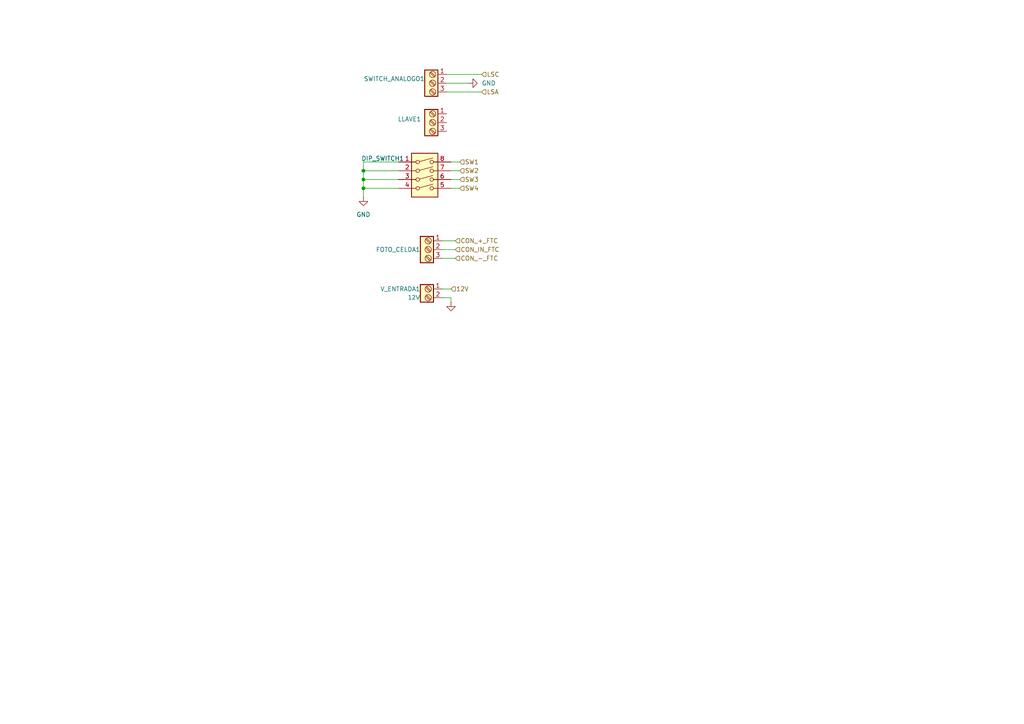
<source format=kicad_sch>
(kicad_sch
	(version 20250114)
	(generator "eeschema")
	(generator_version "9.0")
	(uuid "3b553b63-e840-4c0a-b35d-9ad7174dda3e")
	(paper "A4")
	(lib_symbols
		(symbol "PCM_SL_Screw_Terminal:Screw_Terminal_2_P5.00mm"
			(exclude_from_sim no)
			(in_bom yes)
			(on_board yes)
			(property "Reference" "J"
				(at 0 3.81 0)
				(effects
					(font
						(size 1.27 1.27)
					)
				)
			)
			(property "Value" "Screw_Terminal_2_P5.00mm"
				(at 0 -3.81 0)
				(effects
					(font
						(size 1.27 1.27)
					)
				)
			)
			(property "Footprint" "TerminalBlock_Phoenix:TerminalBlock_Phoenix_PT-1,5-2-5.0-H_1x02_P5.00mm_Horizontal"
				(at 1.27 -6.35 0)
				(effects
					(font
						(size 1.27 1.27)
					)
					(hide yes)
				)
			)
			(property "Datasheet" ""
				(at 0 0 0)
				(effects
					(font
						(size 1.27 1.27)
					)
					(hide yes)
				)
			)
			(property "Description" ""
				(at 0 0 0)
				(effects
					(font
						(size 1.27 1.27)
					)
					(hide yes)
				)
			)
			(property "ki_keywords" "Screw Terminal"
				(at 0 0 0)
				(effects
					(font
						(size 1.27 1.27)
					)
					(hide yes)
				)
			)
			(symbol "Screw_Terminal_2_P5.00mm_0_1"
				(rectangle
					(start -1.27 2.54)
					(end 2.54 -2.54)
					(stroke
						(width 0.3)
						(type default)
					)
					(fill
						(type background)
					)
				)
				(polyline
					(pts
						(xy -0.254 0.508) (xy 1.016 1.778)
					)
					(stroke
						(width 0)
						(type default)
					)
					(fill
						(type none)
					)
				)
				(polyline
					(pts
						(xy -0.254 -2.032) (xy 1.016 -0.762)
					)
					(stroke
						(width 0)
						(type default)
					)
					(fill
						(type none)
					)
				)
				(polyline
					(pts
						(xy 0 1.27) (xy -0.508 0.762) (xy 0.762 2.032)
					)
					(stroke
						(width 0)
						(type default)
					)
					(fill
						(type none)
					)
				)
				(polyline
					(pts
						(xy 0 -1.27) (xy -0.508 -1.778) (xy 0.762 -0.508)
					)
					(stroke
						(width 0)
						(type default)
					)
					(fill
						(type none)
					)
				)
				(circle
					(center 0.254 1.27)
					(radius 0.9158)
					(stroke
						(width 0)
						(type default)
					)
					(fill
						(type none)
					)
				)
				(circle
					(center 0.254 -1.27)
					(radius 0.9158)
					(stroke
						(width 0)
						(type default)
					)
					(fill
						(type none)
					)
				)
			)
			(symbol "Screw_Terminal_2_P5.00mm_1_1"
				(pin passive line
					(at -3.81 1.27 0)
					(length 2.54)
					(name ""
						(effects
							(font
								(size 1.27 1.27)
							)
						)
					)
					(number "1"
						(effects
							(font
								(size 1.27 1.27)
							)
						)
					)
				)
				(pin passive line
					(at -3.81 -1.27 0)
					(length 2.54)
					(name ""
						(effects
							(font
								(size 1.27 1.27)
							)
						)
					)
					(number "2"
						(effects
							(font
								(size 1.27 1.27)
							)
						)
					)
				)
			)
			(embedded_fonts no)
		)
		(symbol "PCM_SL_Screw_Terminal:Screw_Terminal_3_P5.00mm"
			(exclude_from_sim no)
			(in_bom yes)
			(on_board yes)
			(property "Reference" "J"
				(at 0 5.842 0)
				(effects
					(font
						(size 1.27 1.27)
					)
				)
			)
			(property "Value" "Screw_Terminal_3_P5.00mm"
				(at 1.27 -5.588 0)
				(effects
					(font
						(size 1.27 1.27)
					)
				)
			)
			(property "Footprint" "TerminalBlock_Phoenix:TerminalBlock_Phoenix_PT-1,5-3-5.0-H_1x03_P5.00mm_Horizontal"
				(at 1.27 -7.62 0)
				(effects
					(font
						(size 1.27 1.27)
					)
					(hide yes)
				)
			)
			(property "Datasheet" ""
				(at 0 1.27 0)
				(effects
					(font
						(size 1.27 1.27)
					)
					(hide yes)
				)
			)
			(property "Description" ""
				(at 0 0 0)
				(effects
					(font
						(size 1.27 1.27)
					)
					(hide yes)
				)
			)
			(symbol "Screw_Terminal_3_P5.00mm_0_1"
				(rectangle
					(start -1.27 3.81)
					(end 2.54 -3.81)
					(stroke
						(width 0.3)
						(type default)
					)
					(fill
						(type background)
					)
				)
				(polyline
					(pts
						(xy -0.254 1.778) (xy 1.016 3.048)
					)
					(stroke
						(width 0)
						(type default)
					)
					(fill
						(type none)
					)
				)
				(polyline
					(pts
						(xy -0.254 -0.762) (xy 1.016 0.508)
					)
					(stroke
						(width 0)
						(type default)
					)
					(fill
						(type none)
					)
				)
				(polyline
					(pts
						(xy -0.254 -3.302) (xy 1.016 -2.032)
					)
					(stroke
						(width 0)
						(type default)
					)
					(fill
						(type none)
					)
				)
				(polyline
					(pts
						(xy 0 2.54) (xy -0.508 2.032) (xy 0.762 3.302)
					)
					(stroke
						(width 0)
						(type default)
					)
					(fill
						(type none)
					)
				)
				(polyline
					(pts
						(xy 0 0) (xy -0.508 -0.508) (xy 0.762 0.762)
					)
					(stroke
						(width 0)
						(type default)
					)
					(fill
						(type none)
					)
				)
				(polyline
					(pts
						(xy 0 -2.54) (xy -0.508 -3.048) (xy 0.762 -1.778)
					)
					(stroke
						(width 0)
						(type default)
					)
					(fill
						(type none)
					)
				)
				(circle
					(center 0.254 2.54)
					(radius 0.9158)
					(stroke
						(width 0)
						(type default)
					)
					(fill
						(type none)
					)
				)
				(circle
					(center 0.254 0)
					(radius 0.9158)
					(stroke
						(width 0)
						(type default)
					)
					(fill
						(type none)
					)
				)
				(circle
					(center 0.254 -2.54)
					(radius 0.9158)
					(stroke
						(width 0)
						(type default)
					)
					(fill
						(type none)
					)
				)
			)
			(symbol "Screw_Terminal_3_P5.00mm_1_1"
				(pin passive line
					(at -3.81 2.54 0)
					(length 2.54)
					(name ""
						(effects
							(font
								(size 1.27 1.27)
							)
						)
					)
					(number "1"
						(effects
							(font
								(size 1.27 1.27)
							)
						)
					)
				)
				(pin passive line
					(at -3.81 0 0)
					(length 2.54)
					(name ""
						(effects
							(font
								(size 1.27 1.27)
							)
						)
					)
					(number "2"
						(effects
							(font
								(size 1.27 1.27)
							)
						)
					)
				)
				(pin passive line
					(at -3.81 -2.54 0)
					(length 2.54)
					(name ""
						(effects
							(font
								(size 1.27 1.27)
							)
						)
					)
					(number "3"
						(effects
							(font
								(size 1.27 1.27)
							)
						)
					)
				)
			)
			(embedded_fonts no)
		)
		(symbol "Switch:SW_DIP_x04"
			(pin_names
				(offset 0)
				(hide yes)
			)
			(exclude_from_sim no)
			(in_bom yes)
			(on_board yes)
			(property "Reference" "SW"
				(at 0 8.89 0)
				(effects
					(font
						(size 1.27 1.27)
					)
				)
			)
			(property "Value" "SW_DIP_x04"
				(at 0 -6.35 0)
				(effects
					(font
						(size 1.27 1.27)
					)
				)
			)
			(property "Footprint" ""
				(at 0 0 0)
				(effects
					(font
						(size 1.27 1.27)
					)
					(hide yes)
				)
			)
			(property "Datasheet" "~"
				(at 0 0 0)
				(effects
					(font
						(size 1.27 1.27)
					)
					(hide yes)
				)
			)
			(property "Description" "4x DIP Switch, Single Pole Single Throw (SPST) switch, small symbol"
				(at 0 0 0)
				(effects
					(font
						(size 1.27 1.27)
					)
					(hide yes)
				)
			)
			(property "ki_keywords" "dip switch"
				(at 0 0 0)
				(effects
					(font
						(size 1.27 1.27)
					)
					(hide yes)
				)
			)
			(property "ki_fp_filters" "SW?DIP?x4*"
				(at 0 0 0)
				(effects
					(font
						(size 1.27 1.27)
					)
					(hide yes)
				)
			)
			(symbol "SW_DIP_x04_0_0"
				(circle
					(center -2.032 5.08)
					(radius 0.508)
					(stroke
						(width 0)
						(type default)
					)
					(fill
						(type none)
					)
				)
				(circle
					(center -2.032 2.54)
					(radius 0.508)
					(stroke
						(width 0)
						(type default)
					)
					(fill
						(type none)
					)
				)
				(circle
					(center -2.032 0)
					(radius 0.508)
					(stroke
						(width 0)
						(type default)
					)
					(fill
						(type none)
					)
				)
				(circle
					(center -2.032 -2.54)
					(radius 0.508)
					(stroke
						(width 0)
						(type default)
					)
					(fill
						(type none)
					)
				)
				(polyline
					(pts
						(xy -1.524 5.207) (xy 2.3622 6.2484)
					)
					(stroke
						(width 0)
						(type default)
					)
					(fill
						(type none)
					)
				)
				(polyline
					(pts
						(xy -1.524 2.667) (xy 2.3622 3.7084)
					)
					(stroke
						(width 0)
						(type default)
					)
					(fill
						(type none)
					)
				)
				(polyline
					(pts
						(xy -1.524 0.127) (xy 2.3622 1.1684)
					)
					(stroke
						(width 0)
						(type default)
					)
					(fill
						(type none)
					)
				)
				(polyline
					(pts
						(xy -1.524 -2.3876) (xy 2.3622 -1.3462)
					)
					(stroke
						(width 0)
						(type default)
					)
					(fill
						(type none)
					)
				)
				(circle
					(center 2.032 5.08)
					(radius 0.508)
					(stroke
						(width 0)
						(type default)
					)
					(fill
						(type none)
					)
				)
				(circle
					(center 2.032 2.54)
					(radius 0.508)
					(stroke
						(width 0)
						(type default)
					)
					(fill
						(type none)
					)
				)
				(circle
					(center 2.032 0)
					(radius 0.508)
					(stroke
						(width 0)
						(type default)
					)
					(fill
						(type none)
					)
				)
				(circle
					(center 2.032 -2.54)
					(radius 0.508)
					(stroke
						(width 0)
						(type default)
					)
					(fill
						(type none)
					)
				)
			)
			(symbol "SW_DIP_x04_0_1"
				(rectangle
					(start -3.81 7.62)
					(end 3.81 -5.08)
					(stroke
						(width 0.254)
						(type default)
					)
					(fill
						(type background)
					)
				)
			)
			(symbol "SW_DIP_x04_1_1"
				(pin passive line
					(at -7.62 5.08 0)
					(length 5.08)
					(name "~"
						(effects
							(font
								(size 1.27 1.27)
							)
						)
					)
					(number "1"
						(effects
							(font
								(size 1.27 1.27)
							)
						)
					)
				)
				(pin passive line
					(at -7.62 2.54 0)
					(length 5.08)
					(name "~"
						(effects
							(font
								(size 1.27 1.27)
							)
						)
					)
					(number "2"
						(effects
							(font
								(size 1.27 1.27)
							)
						)
					)
				)
				(pin passive line
					(at -7.62 0 0)
					(length 5.08)
					(name "~"
						(effects
							(font
								(size 1.27 1.27)
							)
						)
					)
					(number "3"
						(effects
							(font
								(size 1.27 1.27)
							)
						)
					)
				)
				(pin passive line
					(at -7.62 -2.54 0)
					(length 5.08)
					(name "~"
						(effects
							(font
								(size 1.27 1.27)
							)
						)
					)
					(number "4"
						(effects
							(font
								(size 1.27 1.27)
							)
						)
					)
				)
				(pin passive line
					(at 7.62 5.08 180)
					(length 5.08)
					(name "~"
						(effects
							(font
								(size 1.27 1.27)
							)
						)
					)
					(number "8"
						(effects
							(font
								(size 1.27 1.27)
							)
						)
					)
				)
				(pin passive line
					(at 7.62 2.54 180)
					(length 5.08)
					(name "~"
						(effects
							(font
								(size 1.27 1.27)
							)
						)
					)
					(number "7"
						(effects
							(font
								(size 1.27 1.27)
							)
						)
					)
				)
				(pin passive line
					(at 7.62 0 180)
					(length 5.08)
					(name "~"
						(effects
							(font
								(size 1.27 1.27)
							)
						)
					)
					(number "6"
						(effects
							(font
								(size 1.27 1.27)
							)
						)
					)
				)
				(pin passive line
					(at 7.62 -2.54 180)
					(length 5.08)
					(name "~"
						(effects
							(font
								(size 1.27 1.27)
							)
						)
					)
					(number "5"
						(effects
							(font
								(size 1.27 1.27)
							)
						)
					)
				)
			)
			(embedded_fonts no)
		)
		(symbol "power:GND"
			(power)
			(pin_numbers
				(hide yes)
			)
			(pin_names
				(offset 0)
				(hide yes)
			)
			(exclude_from_sim no)
			(in_bom yes)
			(on_board yes)
			(property "Reference" "#PWR"
				(at 0 -6.35 0)
				(effects
					(font
						(size 1.27 1.27)
					)
					(hide yes)
				)
			)
			(property "Value" "GND"
				(at 0 -3.81 0)
				(effects
					(font
						(size 1.27 1.27)
					)
				)
			)
			(property "Footprint" ""
				(at 0 0 0)
				(effects
					(font
						(size 1.27 1.27)
					)
					(hide yes)
				)
			)
			(property "Datasheet" ""
				(at 0 0 0)
				(effects
					(font
						(size 1.27 1.27)
					)
					(hide yes)
				)
			)
			(property "Description" "Power symbol creates a global label with name \"GND\" , ground"
				(at 0 0 0)
				(effects
					(font
						(size 1.27 1.27)
					)
					(hide yes)
				)
			)
			(property "ki_keywords" "global power"
				(at 0 0 0)
				(effects
					(font
						(size 1.27 1.27)
					)
					(hide yes)
				)
			)
			(symbol "GND_0_1"
				(polyline
					(pts
						(xy 0 0) (xy 0 -1.27) (xy 1.27 -1.27) (xy 0 -2.54) (xy -1.27 -1.27) (xy 0 -1.27)
					)
					(stroke
						(width 0)
						(type default)
					)
					(fill
						(type none)
					)
				)
			)
			(symbol "GND_1_1"
				(pin power_in line
					(at 0 0 270)
					(length 0)
					(name "~"
						(effects
							(font
								(size 1.27 1.27)
							)
						)
					)
					(number "1"
						(effects
							(font
								(size 1.27 1.27)
							)
						)
					)
				)
			)
			(embedded_fonts no)
		)
	)
	(junction
		(at 105.41 52.07)
		(diameter 0)
		(color 0 0 0 0)
		(uuid "0b03f15b-eb78-497d-9a8e-f5807bf4f174")
	)
	(junction
		(at 105.41 54.61)
		(diameter 0)
		(color 0 0 0 0)
		(uuid "cca09609-137d-4234-aba6-aa603d2239e1")
	)
	(junction
		(at 105.41 49.53)
		(diameter 0)
		(color 0 0 0 0)
		(uuid "f69fb179-983d-414c-827e-027012ffb15a")
	)
	(wire
		(pts
			(xy 130.81 49.53) (xy 133.35 49.53)
		)
		(stroke
			(width 0)
			(type default)
		)
		(uuid "06c5b394-6a0c-479b-8670-def714deb5c3")
	)
	(wire
		(pts
			(xy 105.41 52.07) (xy 115.57 52.07)
		)
		(stroke
			(width 0)
			(type default)
		)
		(uuid "1319fb00-b0ca-4b7f-ad9a-ce29065103b2")
	)
	(wire
		(pts
			(xy 105.41 49.53) (xy 105.41 46.99)
		)
		(stroke
			(width 0)
			(type default)
		)
		(uuid "13da8788-7878-4b33-9708-050d69f9f35a")
	)
	(wire
		(pts
			(xy 128.27 72.39) (xy 132.08 72.39)
		)
		(stroke
			(width 0)
			(type default)
		)
		(uuid "2480f67d-9275-4766-a872-4eae55e10712")
	)
	(wire
		(pts
			(xy 105.41 52.07) (xy 105.41 49.53)
		)
		(stroke
			(width 0)
			(type default)
		)
		(uuid "29ca8237-f8a9-4b9d-9b84-3e9999fce7a9")
	)
	(wire
		(pts
			(xy 130.81 54.61) (xy 133.35 54.61)
		)
		(stroke
			(width 0)
			(type default)
		)
		(uuid "2bcb8a26-0831-482f-a648-8a78b5cc1ba9")
	)
	(wire
		(pts
			(xy 105.41 54.61) (xy 105.41 52.07)
		)
		(stroke
			(width 0)
			(type default)
		)
		(uuid "30db362f-c6c0-4d8b-bf10-02e3b7fecfd4")
	)
	(wire
		(pts
			(xy 105.41 54.61) (xy 115.57 54.61)
		)
		(stroke
			(width 0)
			(type default)
		)
		(uuid "30ec504e-8ef1-4c99-893c-aaeda05020d7")
	)
	(wire
		(pts
			(xy 105.41 49.53) (xy 115.57 49.53)
		)
		(stroke
			(width 0)
			(type default)
		)
		(uuid "46ff3a73-9c2d-44f2-8ad2-0fbe4f8e5f82")
	)
	(wire
		(pts
			(xy 105.41 57.15) (xy 105.41 54.61)
		)
		(stroke
			(width 0)
			(type default)
		)
		(uuid "5fc08af3-140c-4367-8d76-9cf32f6eb026")
	)
	(wire
		(pts
			(xy 128.27 74.93) (xy 132.08 74.93)
		)
		(stroke
			(width 0)
			(type default)
		)
		(uuid "70b7ae28-6f4d-4b49-975c-3c4f81974382")
	)
	(wire
		(pts
			(xy 130.81 46.99) (xy 133.35 46.99)
		)
		(stroke
			(width 0)
			(type default)
		)
		(uuid "757bbaec-43c9-4ddd-a082-aa66e1686944")
	)
	(wire
		(pts
			(xy 130.81 52.07) (xy 133.35 52.07)
		)
		(stroke
			(width 0)
			(type default)
		)
		(uuid "93428c98-c5d1-42cd-8be2-6c9db0f38778")
	)
	(wire
		(pts
			(xy 135.89 24.13) (xy 129.54 24.13)
		)
		(stroke
			(width 0)
			(type default)
		)
		(uuid "a8c571de-3c58-4387-a491-9e050f119d55")
	)
	(wire
		(pts
			(xy 128.27 83.82) (xy 130.81 83.82)
		)
		(stroke
			(width 0)
			(type default)
		)
		(uuid "bd429558-2cd7-4493-b353-b9598b7e26c2")
	)
	(wire
		(pts
			(xy 130.81 86.36) (xy 128.27 86.36)
		)
		(stroke
			(width 0)
			(type default)
		)
		(uuid "c1242713-612b-48a2-95de-e733afab9ad4")
	)
	(wire
		(pts
			(xy 129.54 26.67) (xy 139.7 26.67)
		)
		(stroke
			(width 0)
			(type default)
		)
		(uuid "c1d49a27-e06e-4372-9276-f05362751597")
	)
	(wire
		(pts
			(xy 128.27 69.85) (xy 132.08 69.85)
		)
		(stroke
			(width 0)
			(type default)
		)
		(uuid "d60eabd8-6ff0-4a3d-9ec8-585de3d92782")
	)
	(wire
		(pts
			(xy 105.41 46.99) (xy 115.57 46.99)
		)
		(stroke
			(width 0)
			(type default)
		)
		(uuid "e7c66dbe-b098-4b30-b2ff-3d0b9b6ed20f")
	)
	(wire
		(pts
			(xy 129.54 21.59) (xy 139.7 21.59)
		)
		(stroke
			(width 0)
			(type default)
		)
		(uuid "ead9e848-2668-4e65-8d47-578e2b648d47")
	)
	(wire
		(pts
			(xy 130.81 87.63) (xy 130.81 86.36)
		)
		(stroke
			(width 0)
			(type default)
		)
		(uuid "f16a56b9-e040-48b8-8ab3-b0f24965aac4")
	)
	(hierarchical_label "12V"
		(shape input)
		(at 130.81 83.82 0)
		(effects
			(font
				(size 1.27 1.27)
			)
			(justify left)
		)
		(uuid "04195cb9-933b-45bf-bb11-137e5c5d9841")
	)
	(hierarchical_label "SW2"
		(shape input)
		(at 133.35 49.53 0)
		(effects
			(font
				(size 1.27 1.27)
			)
			(justify left)
		)
		(uuid "1c59a865-75ab-4dd2-8d6b-aacb39f4a04e")
	)
	(hierarchical_label "LSC"
		(shape input)
		(at 139.7 21.59 0)
		(effects
			(font
				(size 1.27 1.27)
			)
			(justify left)
		)
		(uuid "32ce0e17-423b-4e13-a55d-2b15a2d263a1")
	)
	(hierarchical_label "SW4"
		(shape input)
		(at 133.35 54.61 0)
		(effects
			(font
				(size 1.27 1.27)
			)
			(justify left)
		)
		(uuid "4b947dc0-0211-41e4-9be0-c70b7d237796")
	)
	(hierarchical_label "CON_IN_FTC"
		(shape input)
		(at 132.08 72.39 0)
		(effects
			(font
				(size 1.27 1.27)
			)
			(justify left)
		)
		(uuid "5465605c-d837-41f6-9805-1b3cc6e122ff")
	)
	(hierarchical_label "LSA"
		(shape input)
		(at 139.7 26.67 0)
		(effects
			(font
				(size 1.27 1.27)
			)
			(justify left)
		)
		(uuid "a482a06b-3bc8-4a17-a249-6e6e26424e92")
	)
	(hierarchical_label "CON_-_FTC"
		(shape input)
		(at 132.08 74.93 0)
		(effects
			(font
				(size 1.27 1.27)
			)
			(justify left)
		)
		(uuid "bf00e945-0f9f-46cd-843d-5e5cad571367")
	)
	(hierarchical_label "SW1"
		(shape input)
		(at 133.35 46.99 0)
		(effects
			(font
				(size 1.27 1.27)
			)
			(justify left)
		)
		(uuid "ccf464f9-b5bd-4156-9c03-3815e18ed617")
	)
	(hierarchical_label "CON_+_FTC"
		(shape input)
		(at 132.08 69.85 0)
		(effects
			(font
				(size 1.27 1.27)
			)
			(justify left)
		)
		(uuid "e754095e-095a-4cf3-b88a-db8a619a9187")
	)
	(hierarchical_label "SW3"
		(shape input)
		(at 133.35 52.07 0)
		(effects
			(font
				(size 1.27 1.27)
			)
			(justify left)
		)
		(uuid "f0325cbf-0ca3-4d7d-8b3e-fe8fc2930885")
	)
	(symbol
		(lib_id "PCM_SL_Screw_Terminal:Screw_Terminal_3_P5.00mm")
		(at 125.73 24.13 0)
		(mirror y)
		(unit 1)
		(exclude_from_sim no)
		(in_bom yes)
		(on_board yes)
		(dnp no)
		(uuid "2892c008-ac7f-4c26-9f99-561367230cf1")
		(property "Reference" "SWITCH_ANALOGO1"
			(at 123.19 22.8599 0)
			(effects
				(font
					(size 1.27 1.27)
				)
				(justify left)
			)
		)
		(property "Value" "Screw_Terminal_01x03"
			(at 123.19 25.3999 0)
			(effects
				(font
					(size 1.27 1.27)
				)
				(justify left)
				(hide yes)
			)
		)
		(property "Footprint" "TerminalBlock_Phoenix:TerminalBlock_Phoenix_PT-1,5-3-5.0-H_1x03_P5.00mm_Horizontal"
			(at 124.46 31.75 0)
			(effects
				(font
					(size 1.27 1.27)
				)
				(hide yes)
			)
		)
		(property "Datasheet" "~"
			(at 125.73 22.86 0)
			(effects
				(font
					(size 1.27 1.27)
				)
				(hide yes)
			)
		)
		(property "Description" "Generic screw terminal, single row, 01x03, script generated (kicad-library-utils/schlib/autogen/connector/)"
			(at 125.73 24.13 0)
			(effects
				(font
					(size 1.27 1.27)
				)
				(hide yes)
			)
		)
		(pin "1"
			(uuid "f1ff144b-88a7-4456-8642-595d9b944ad1")
		)
		(pin "2"
			(uuid "7a5aa3ad-f167-4872-9f03-d335ebb33f19")
		)
		(pin "3"
			(uuid "846623a6-14eb-44d8-a779-47080d69d247")
		)
		(instances
			(project "PLACA"
				(path "/0074ed61-f346-42bd-a29d-d171d80548f4/6fce9404-e751-4708-8a73-d8c99f607843"
					(reference "SWITCH_ANALOGO1")
					(unit 1)
				)
			)
		)
	)
	(symbol
		(lib_id "PCM_SL_Screw_Terminal:Screw_Terminal_2_P5.00mm")
		(at 124.46 85.09 0)
		(mirror y)
		(unit 1)
		(exclude_from_sim no)
		(in_bom yes)
		(on_board yes)
		(dnp no)
		(uuid "29e753ea-7767-4387-bef6-997ead16c025")
		(property "Reference" "V_ENTRADA1"
			(at 121.92 83.8199 0)
			(effects
				(font
					(size 1.27 1.27)
				)
				(justify left)
			)
		)
		(property "Value" "12V"
			(at 121.92 86.3599 0)
			(effects
				(font
					(face "Verdana")
					(size 1.27 1.27)
				)
				(justify left)
			)
		)
		(property "Footprint" "TerminalBlock_Phoenix:TerminalBlock_Phoenix_PT-1,5-2-5.0-H_1x02_P5.00mm_Horizontal"
			(at 123.19 91.44 0)
			(effects
				(font
					(size 1.27 1.27)
				)
				(hide yes)
			)
		)
		(property "Datasheet" "~"
			(at 124.46 85.09 0)
			(effects
				(font
					(size 1.27 1.27)
				)
				(hide yes)
			)
		)
		(property "Description" "Generic screw terminal, single row, 01x03, script generated (kicad-library-utils/schlib/autogen/connector/)"
			(at 124.46 85.09 0)
			(effects
				(font
					(size 1.27 1.27)
				)
				(hide yes)
			)
		)
		(pin "1"
			(uuid "38409011-7f91-4d91-aeeb-e71b398fd7bb")
		)
		(pin "2"
			(uuid "3a0d0d5d-af19-4bfa-bdf3-a6bb5f6968fa")
		)
		(instances
			(project "PLACA"
				(path "/0074ed61-f346-42bd-a29d-d171d80548f4/6fce9404-e751-4708-8a73-d8c99f607843"
					(reference "V_ENTRADA1")
					(unit 1)
				)
			)
		)
	)
	(symbol
		(lib_id "power:GND")
		(at 135.89 24.13 90)
		(unit 1)
		(exclude_from_sim no)
		(in_bom yes)
		(on_board yes)
		(dnp no)
		(fields_autoplaced yes)
		(uuid "484399bd-ceda-4223-8925-47eb69df0eee")
		(property "Reference" "#PWR03"
			(at 142.24 24.13 0)
			(effects
				(font
					(size 1.27 1.27)
				)
				(hide yes)
			)
		)
		(property "Value" "GND"
			(at 139.7 24.1299 90)
			(effects
				(font
					(size 1.27 1.27)
				)
				(justify right)
			)
		)
		(property "Footprint" ""
			(at 135.89 24.13 0)
			(effects
				(font
					(size 1.27 1.27)
				)
				(hide yes)
			)
		)
		(property "Datasheet" ""
			(at 135.89 24.13 0)
			(effects
				(font
					(size 1.27 1.27)
				)
				(hide yes)
			)
		)
		(property "Description" "Power symbol creates a global label with name \"GND\" , ground"
			(at 135.89 24.13 0)
			(effects
				(font
					(size 1.27 1.27)
				)
				(hide yes)
			)
		)
		(pin "1"
			(uuid "787550d9-c404-4cc3-9e77-8fd2b1165c35")
		)
		(instances
			(project "PLACA"
				(path "/0074ed61-f346-42bd-a29d-d171d80548f4/6fce9404-e751-4708-8a73-d8c99f607843"
					(reference "#PWR03")
					(unit 1)
				)
			)
		)
	)
	(symbol
		(lib_id "PCM_SL_Screw_Terminal:Screw_Terminal_3_P5.00mm")
		(at 125.73 35.56 0)
		(mirror y)
		(unit 1)
		(exclude_from_sim no)
		(in_bom yes)
		(on_board yes)
		(dnp no)
		(uuid "6bae2570-beeb-4951-b74e-5ba94d936fa5")
		(property "Reference" "LLAVE1"
			(at 122.174 34.544 0)
			(effects
				(font
					(size 1.27 1.27)
				)
				(justify left)
			)
		)
		(property "Value" "Screw_Terminal_01x03"
			(at 123.19 36.8299 0)
			(effects
				(font
					(size 1.27 1.27)
				)
				(justify left)
				(hide yes)
			)
		)
		(property "Footprint" "TerminalBlock_Phoenix:TerminalBlock_Phoenix_PT-1,5-3-5.0-H_1x03_P5.00mm_Horizontal"
			(at 124.46 43.18 0)
			(effects
				(font
					(size 1.27 1.27)
				)
				(hide yes)
			)
		)
		(property "Datasheet" "~"
			(at 125.73 34.29 0)
			(effects
				(font
					(size 1.27 1.27)
				)
				(hide yes)
			)
		)
		(property "Description" "Generic screw terminal, single row, 01x03, script generated (kicad-library-utils/schlib/autogen/connector/)"
			(at 125.73 35.56 0)
			(effects
				(font
					(size 1.27 1.27)
				)
				(hide yes)
			)
		)
		(pin "1"
			(uuid "feda2921-c724-4409-b176-63766da262f0")
		)
		(pin "2"
			(uuid "29062263-1aa6-4b1e-808a-44197354e796")
		)
		(pin "3"
			(uuid "c1fa523d-01df-4159-9629-8c66d71e5fe9")
		)
		(instances
			(project "PLACA"
				(path "/0074ed61-f346-42bd-a29d-d171d80548f4/6fce9404-e751-4708-8a73-d8c99f607843"
					(reference "LLAVE1")
					(unit 1)
				)
			)
		)
	)
	(symbol
		(lib_id "power:GND")
		(at 105.41 57.15 0)
		(unit 1)
		(exclude_from_sim no)
		(in_bom yes)
		(on_board yes)
		(dnp no)
		(fields_autoplaced yes)
		(uuid "be75c788-162b-4f13-9029-369538f0fb92")
		(property "Reference" "#PWR09"
			(at 105.41 63.5 0)
			(effects
				(font
					(size 1.27 1.27)
				)
				(hide yes)
			)
		)
		(property "Value" "GND"
			(at 105.41 62.23 0)
			(effects
				(font
					(size 1.27 1.27)
				)
			)
		)
		(property "Footprint" ""
			(at 105.41 57.15 0)
			(effects
				(font
					(size 1.27 1.27)
				)
				(hide yes)
			)
		)
		(property "Datasheet" ""
			(at 105.41 57.15 0)
			(effects
				(font
					(size 1.27 1.27)
				)
				(hide yes)
			)
		)
		(property "Description" "Power symbol creates a global label with name \"GND\" , ground"
			(at 105.41 57.15 0)
			(effects
				(font
					(size 1.27 1.27)
				)
				(hide yes)
			)
		)
		(pin "1"
			(uuid "3d17d8a8-47e2-4880-866b-f2bd74e0f90a")
		)
		(instances
			(project "PLACA"
				(path "/0074ed61-f346-42bd-a29d-d171d80548f4/6fce9404-e751-4708-8a73-d8c99f607843"
					(reference "#PWR09")
					(unit 1)
				)
			)
		)
	)
	(symbol
		(lib_id "Switch:SW_DIP_x04")
		(at 123.19 52.07 0)
		(unit 1)
		(exclude_from_sim no)
		(in_bom yes)
		(on_board yes)
		(dnp no)
		(uuid "eadb6000-e5cd-4c87-9a19-dcb5159d2acb")
		(property "Reference" "DIP_SWITCH1"
			(at 110.998 45.974 0)
			(effects
				(font
					(size 1.27 1.27)
				)
			)
		)
		(property "Value" "SW_DIP_x04"
			(at 113.03 44.704 0)
			(effects
				(font
					(size 1.27 1.27)
				)
				(hide yes)
			)
		)
		(property "Footprint" "Button_Switch_SMD:SW_DIP_SPSTx04_Slide_KingTek_DSHP04TS_W7.62mm_P1.27mm"
			(at 123.19 52.07 0)
			(effects
				(font
					(size 1.27 1.27)
				)
				(hide yes)
			)
		)
		(property "Datasheet" "~"
			(at 123.19 52.07 0)
			(effects
				(font
					(size 1.27 1.27)
				)
				(hide yes)
			)
		)
		(property "Description" "4x DIP Switch, Single Pole Single Throw (SPST) switch, small symbol"
			(at 123.19 52.07 0)
			(effects
				(font
					(size 1.27 1.27)
				)
				(hide yes)
			)
		)
		(pin "4"
			(uuid "adf446af-30da-45a2-9782-880bc62f3554")
		)
		(pin "1"
			(uuid "6ebeb850-3fa3-4082-9d53-eb3113949f01")
		)
		(pin "3"
			(uuid "3cf0ed14-2b36-470c-b4d2-5a3c3e7ef380")
		)
		(pin "8"
			(uuid "d316b71d-ad3a-446c-a299-d0091ff94954")
		)
		(pin "2"
			(uuid "fe2e511a-a767-4265-aee6-1407d87e43c5")
		)
		(pin "7"
			(uuid "f394c435-b762-4b2f-98ca-4536037b9ad7")
		)
		(pin "6"
			(uuid "55b23b73-d65b-47fb-9986-875c18d84880")
		)
		(pin "5"
			(uuid "14e2b3f0-5f13-4416-be37-f172f90b42d4")
		)
		(instances
			(project "PLACA"
				(path "/0074ed61-f346-42bd-a29d-d171d80548f4/6fce9404-e751-4708-8a73-d8c99f607843"
					(reference "DIP_SWITCH1")
					(unit 1)
				)
			)
		)
	)
	(symbol
		(lib_id "PCM_SL_Screw_Terminal:Screw_Terminal_3_P5.00mm")
		(at 124.46 72.39 0)
		(mirror y)
		(unit 1)
		(exclude_from_sim no)
		(in_bom yes)
		(on_board yes)
		(dnp no)
		(uuid "fdd2134f-bb29-4912-be44-9229b1aa5c32")
		(property "Reference" "FOTO_CELDA1"
			(at 121.92 72.39 0)
			(effects
				(font
					(size 1.27 1.27)
				)
				(justify left)
			)
		)
		(property "Value" "Screw_Terminal_01x03"
			(at 121.92 73.6599 0)
			(effects
				(font
					(size 1.27 1.27)
				)
				(justify left)
				(hide yes)
			)
		)
		(property "Footprint" "TerminalBlock_Phoenix:TerminalBlock_Phoenix_PT-1,5-3-5.0-H_1x03_P5.00mm_Horizontal"
			(at 123.19 80.01 0)
			(effects
				(font
					(size 1.27 1.27)
				)
				(hide yes)
			)
		)
		(property "Datasheet" "~"
			(at 124.46 71.12 0)
			(effects
				(font
					(size 1.27 1.27)
				)
				(hide yes)
			)
		)
		(property "Description" "Generic screw terminal, single row, 01x02, script generated (kicad-library-utils/schlib/autogen/connector/)"
			(at 124.46 72.39 0)
			(effects
				(font
					(size 1.27 1.27)
				)
				(hide yes)
			)
		)
		(pin "1"
			(uuid "38409011-7f91-4d91-aeeb-e71b398fd7bc")
		)
		(pin "2"
			(uuid "3a0d0d5d-af19-4bfa-bdf3-a6bb5f6968fb")
		)
		(pin "3"
			(uuid "c678181c-d762-4f13-9a11-5334263cf152")
		)
		(instances
			(project "PLACA"
				(path "/0074ed61-f346-42bd-a29d-d171d80548f4/6fce9404-e751-4708-8a73-d8c99f607843"
					(reference "FOTO_CELDA1")
					(unit 1)
				)
			)
		)
	)
	(symbol
		(lib_id "power:GND")
		(at 130.81 87.63 0)
		(unit 1)
		(exclude_from_sim no)
		(in_bom yes)
		(on_board yes)
		(dnp no)
		(fields_autoplaced yes)
		(uuid "fe0950f3-3083-4897-ba84-a651f1258f18")
		(property "Reference" "#PWR012"
			(at 130.81 93.98 0)
			(effects
				(font
					(size 1.27 1.27)
				)
				(hide yes)
			)
		)
		(property "Value" "GND"
			(at 130.81 92.71 0)
			(effects
				(font
					(size 1.27 1.27)
				)
				(hide yes)
			)
		)
		(property "Footprint" ""
			(at 130.81 87.63 0)
			(effects
				(font
					(size 1.27 1.27)
				)
				(hide yes)
			)
		)
		(property "Datasheet" ""
			(at 130.81 87.63 0)
			(effects
				(font
					(size 1.27 1.27)
				)
				(hide yes)
			)
		)
		(property "Description" "Power symbol creates a global label with name \"GND\" , ground"
			(at 130.81 87.63 0)
			(effects
				(font
					(size 1.27 1.27)
				)
				(hide yes)
			)
		)
		(pin "1"
			(uuid "77773a4a-9bd0-408f-86d5-a01e4903f1cb")
		)
		(instances
			(project "PLACA"
				(path "/0074ed61-f346-42bd-a29d-d171d80548f4/6fce9404-e751-4708-8a73-d8c99f607843"
					(reference "#PWR012")
					(unit 1)
				)
			)
		)
	)
)

</source>
